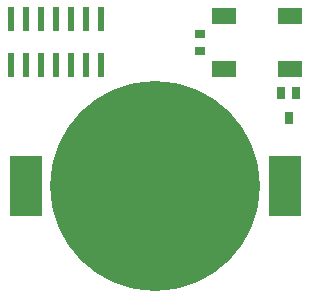
<source format=gbp>
%FSLAX24Y24*%
%MOIN*%
G70*
G01*
G75*
G04 Layer_Color=12360588*
G04:AMPARAMS|DCode=10|XSize=15.7mil|YSize=43.3mil|CornerRadius=0mil|HoleSize=0mil|Usage=FLASHONLY|Rotation=315.000|XOffset=0mil|YOffset=0mil|HoleType=Round|Shape=Rectangle|*
%AMROTATEDRECTD10*
4,1,4,-0.0209,-0.0097,0.0097,0.0209,0.0209,0.0097,-0.0097,-0.0209,-0.0209,-0.0097,0.0*
%
%ADD10ROTATEDRECTD10*%

G04:AMPARAMS|DCode=11|XSize=102mil|YSize=59mil|CornerRadius=0mil|HoleSize=0mil|Usage=FLASHONLY|Rotation=315.000|XOffset=0mil|YOffset=0mil|HoleType=Round|Shape=Rectangle|*
%AMROTATEDRECTD11*
4,1,4,-0.0569,0.0152,-0.0152,0.0569,0.0569,-0.0152,0.0152,-0.0569,-0.0569,0.0152,0.0*
%
%ADD11ROTATEDRECTD11*%

%ADD12R,0.1020X0.0590*%
G04:AMPARAMS|DCode=13|XSize=102mil|YSize=59mil|CornerRadius=0mil|HoleSize=0mil|Usage=FLASHONLY|Rotation=45.000|XOffset=0mil|YOffset=0mil|HoleType=Round|Shape=Rectangle|*
%AMROTATEDRECTD13*
4,1,4,-0.0152,-0.0569,-0.0569,-0.0152,0.0152,0.0569,0.0569,0.0152,-0.0152,-0.0569,0.0*
%
%ADD13ROTATEDRECTD13*%

%ADD14R,0.0590X0.1020*%
%ADD15R,0.0270X0.0350*%
G04:AMPARAMS|DCode=16|XSize=27mil|YSize=35mil|CornerRadius=0mil|HoleSize=0mil|Usage=FLASHONLY|Rotation=45.000|XOffset=0mil|YOffset=0mil|HoleType=Round|Shape=Rectangle|*
%AMROTATEDRECTD16*
4,1,4,0.0028,-0.0219,-0.0219,0.0028,-0.0028,0.0219,0.0219,-0.0028,0.0028,-0.0219,0.0*
%
%ADD16ROTATEDRECTD16*%

%ADD17R,0.0350X0.0270*%
G04:AMPARAMS|DCode=18|XSize=27mil|YSize=35mil|CornerRadius=0mil|HoleSize=0mil|Usage=FLASHONLY|Rotation=135.000|XOffset=0mil|YOffset=0mil|HoleType=Round|Shape=Rectangle|*
%AMROTATEDRECTD18*
4,1,4,0.0219,0.0028,-0.0028,-0.0219,-0.0219,-0.0028,0.0028,0.0219,0.0219,0.0028,0.0*
%
%ADD18ROTATEDRECTD18*%

%ADD19C,0.0197*%
%ADD20C,0.0070*%
%ADD21C,0.0100*%
%ADD22C,0.0700*%
%ADD23C,0.0300*%
%ADD24R,0.0315X0.0433*%
%ADD25R,0.0800X0.0550*%
%ADD26C,0.7000*%
%ADD27R,0.1098X0.2000*%
%ADD28R,0.0248X0.0787*%
%ADD29C,0.0060*%
G04:AMPARAMS|DCode=30|XSize=21.7mil|YSize=54.1mil|CornerRadius=0mil|HoleSize=0mil|Usage=FLASHONLY|Rotation=315.000|XOffset=0mil|YOffset=0mil|HoleType=Round|Shape=Rectangle|*
%AMROTATEDRECTD30*
4,1,4,-0.0268,-0.0115,0.0115,0.0268,0.0268,0.0115,-0.0115,-0.0268,-0.0268,-0.0115,0.0*
%
%ADD30ROTATEDRECTD30*%

G04:AMPARAMS|DCode=31|XSize=22.6mil|YSize=20.7mil|CornerRadius=0mil|HoleSize=0mil|Usage=FLASHONLY|Rotation=315.000|XOffset=0mil|YOffset=0mil|HoleType=Round|Shape=Rectangle|*
%AMROTATEDRECTD31*
4,1,4,-0.0153,0.0007,-0.0007,0.0153,0.0153,-0.0007,0.0007,-0.0153,-0.0153,0.0007,0.0*
%
%ADD31ROTATEDRECTD31*%

G04:AMPARAMS|DCode=32|XSize=22.6mil|YSize=20.7mil|CornerRadius=0mil|HoleSize=0mil|Usage=FLASHONLY|Rotation=135.000|XOffset=0mil|YOffset=0mil|HoleType=Round|Shape=Rectangle|*
%AMROTATEDRECTD32*
4,1,4,0.0153,-0.0007,0.0007,-0.0153,-0.0153,0.0007,-0.0007,0.0153,0.0153,-0.0007,0.0*
%
%ADD32ROTATEDRECTD32*%

%ADD33R,0.0226X0.0207*%
%ADD34R,0.0226X0.0207*%
G04:AMPARAMS|DCode=35|XSize=22.6mil|YSize=20.7mil|CornerRadius=0mil|HoleSize=0mil|Usage=FLASHONLY|Rotation=45.000|XOffset=0mil|YOffset=0mil|HoleType=Round|Shape=Rectangle|*
%AMROTATEDRECTD35*
4,1,4,-0.0007,-0.0153,-0.0153,-0.0007,0.0007,0.0153,0.0153,0.0007,-0.0007,-0.0153,0.0*
%
%ADD35ROTATEDRECTD35*%

G04:AMPARAMS|DCode=36|XSize=22.6mil|YSize=20.7mil|CornerRadius=0mil|HoleSize=0mil|Usage=FLASHONLY|Rotation=225.000|XOffset=0mil|YOffset=0mil|HoleType=Round|Shape=Rectangle|*
%AMROTATEDRECTD36*
4,1,4,0.0007,0.0153,0.0153,0.0007,-0.0007,-0.0153,-0.0153,-0.0007,0.0007,0.0153,0.0*
%
%ADD36ROTATEDRECTD36*%

%ADD37R,0.0207X0.0226*%
%ADD38R,0.0207X0.0226*%
D17*
X6730Y8690D02*
D03*
X6730Y9270D02*
D03*
D24*
X9680Y6457D02*
D03*
X9424Y7283D02*
D03*
X9936D02*
D03*
D25*
X9720Y9865D02*
D03*
X7520D02*
D03*
X9720Y8095D02*
D03*
X7520D02*
D03*
D26*
X5240Y4200D02*
D03*
D27*
X915D02*
D03*
X9565D02*
D03*
D28*
X3430Y8232D02*
D03*
X2930D02*
D03*
X2430D02*
D03*
X1930D02*
D03*
X1430D02*
D03*
X930D02*
D03*
X430D02*
D03*
X3430Y9768D02*
D03*
X2930D02*
D03*
X2430D02*
D03*
X1930D02*
D03*
X1430D02*
D03*
X930D02*
D03*
X430D02*
D03*
M02*

</source>
